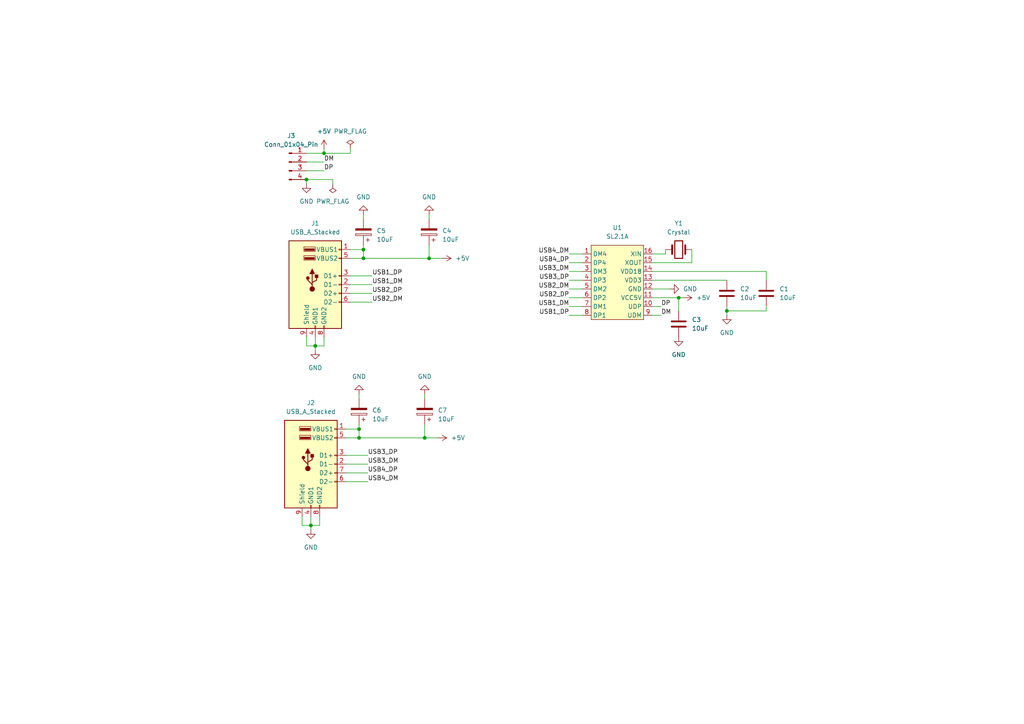
<source format=kicad_sch>
(kicad_sch (version 20230121) (generator eeschema)
  (paper "A4")
  (title_block (title "4 ports USB hub") (date "2023-08-08"))
  (lib_symbols
    (symbol "Connector:Conn_01x04_Pin" (pin_names (offset 1.016) hide)
      (property "Reference" "J" (at 0 5.08 0))
      (property "Value" "Conn_01x04_Pin" (at 0 -7.62 0))
      (symbol "Conn_01x04_Pin_1_1"
        (polyline (pts (xy 1.27 -5.08) (xy 0.8636 -5.08)) (stroke (width 0.1524)))
        (polyline (pts (xy 1.27 -2.54) (xy 0.8636 -2.54)) (stroke (width 0.1524)))
        (polyline (pts (xy 1.27 0) (xy 0.8636 0)) (stroke (width 0.1524)))
        (polyline (pts (xy 1.27 2.54) (xy 0.8636 2.54)) (stroke (width 0.1524)))
        (rectangle (start 0.8636 -4.953) (end 0 -5.207) (stroke (width 0.1524)) (fill (type outline)))
        (rectangle (start 0.8636 -2.413) (end 0 -2.667) (stroke (width 0.1524)) (fill (type outline)))
        (rectangle (start 0.8636 0.127) (end 0 -0.127) (stroke (width 0.1524)) (fill (type outline)))
        (rectangle (start 0.8636 2.667) (end 0 2.413) (stroke (width 0.1524)) (fill (type outline)))
        (pin passive line (at 5.08 2.54 180) (length 3.81) (name "Pin_1") (number "1"))
        (pin passive line (at 5.08 0 180) (length 3.81) (name "Pin_2") (number "2"))
        (pin passive line (at 5.08 -2.54 180) (length 3.81) (name "Pin_3") (number "3"))
        (pin passive line (at 5.08 -5.08 180) (length 3.81) (name "Pin_4") (number "4"))
      )
    )
    (symbol "Connector:USB_A_Stacked" (pin_names (offset 1.016))
      (property "Reference" "J" (at 0 15.875 0))
      (property "Value" "USB_A_Stacked" (at 0 13.97 0))
      (symbol "USB_A_Stacked_0_1"
        (rectangle (start -7.62 12.7) (end 7.62 -12.7) (stroke (width 0.254)) (fill (type background)))
        (circle (center -2.159 1.905) (radius 0.381) (stroke (width 0.254)) (fill (type outline)))
        (circle (center -0.889 -1.27) (radius 0.635) (stroke (width 0.254)) (fill (type outline)))
        (rectangle (start -0.254 7.366) (end -3.048 7.874) (fill (type outline)))
        (rectangle (start -0.254 9.906) (end -3.048 10.414) (fill (type outline)))
        (rectangle (start -0.127 -12.7) (end 0.127 -11.938))
        (polyline (pts (xy -1.524 3.175) (xy -0.254 3.175) (xy -0.889 4.445) (xy -1.524 3.175)) (stroke (width 0.254)) (fill (type outline)))
        (polyline (pts (xy -0.889 -0.635) (xy -0.889 0) (xy -2.159 1.27) (xy -2.159 1.905)) (stroke (width 0.254)))
        (polyline (pts (xy -0.889 0) (xy -0.889 0.635) (xy 0.381 1.27) (xy 0.381 2.54)) (stroke (width 0.254)))
        (rectangle (start 0 2.794) (end 0.762 2.032) (stroke (width 0.254)) (fill (type outline)))
        (rectangle (start 0 7.112) (end -3.302 8.382))
        (rectangle (start 0 9.652) (end -3.302 10.922))
        (rectangle (start 2.413 -12.7) (end 2.667 -11.938))
        (rectangle (start 7.62 -5.207) (end 6.858 -4.953))
        (rectangle (start 7.62 -2.667) (end 6.858 -2.413))
        (rectangle (start 7.62 -0.127) (end 6.858 0.127))
        (rectangle (start 7.62 2.413) (end 6.858 2.667))
        (rectangle (start 7.62 7.493) (end 6.858 7.747))
        (rectangle (start 7.62 10.033) (end 6.858 10.287))
      )
      (symbol "USB_A_Stacked_1_1"
        (polyline (pts (xy -0.889 0.635) (xy -0.889 3.175)) (stroke (width 0.254)))
        (pin power_in line (at 10.16 10.16 180) (length 2.54) (name "VBUS1") (number "1"))
        (pin bidirectional line (at 10.16 0 180) (length 2.54) (name "D1-") (number "2"))
        (pin bidirectional line (at 10.16 2.54 180) (length 2.54) (name "D1+") (number "3"))
        (pin power_in line (at 0 -15.24 90) (length 2.54) (name "GND1") (number "4"))
        (pin power_in line (at 10.16 7.62 180) (length 2.54) (name "VBUS2") (number "5"))
        (pin bidirectional line (at 10.16 -5.08 180) (length 2.54) (name "D2-") (number "6"))
        (pin bidirectional line (at 10.16 -2.54 180) (length 2.54) (name "D2+") (number "7"))
        (pin power_in line (at 2.54 -15.24 90) (length 2.54) (name "GND2") (number "8"))
        (pin passive line (at -2.54 -15.24 90) (length 2.54) (name "Shield") (number "9"))
      )
    )
    (symbol "Device:C" (pin_numbers hide) (pin_names (offset 0.254))
      (property "Reference" "C" (at 0.635 2.54 0))
      (property "Value" "C" (at 0.635 -2.54 0))
      (symbol "C_0_1"
        (polyline (pts (xy -2.032 -0.762) (xy 2.032 -0.762)) (stroke (width 0.508)))
        (polyline (pts (xy -2.032 0.762) (xy 2.032 0.762)) (stroke (width 0.508)))
      )
      (symbol "C_1_1"
        (pin passive line (at 0 3.81 270) (length 2.794) (name "~") (number "1"))
        (pin passive line (at 0 -3.81 90) (length 2.794) (name "~") (number "2"))
      )
    )
    (symbol "Device:C_Polarized" (pin_numbers hide) (pin_names (offset 0.254))
      (property "Reference" "C" (at 0.635 2.54 0))
      (property "Value" "C_Polarized" (at 0.635 -2.54 0))
      (symbol "C_Polarized_0_1"
        (rectangle (start -2.286 0.508) (end 2.286 1.016))
        (polyline (pts (xy -1.778 2.286) (xy -0.762 2.286)))
        (polyline (pts (xy -1.27 2.794) (xy -1.27 1.778)))
        (rectangle (start 2.286 -0.508) (end -2.286 -1.016) (fill (type outline)))
      )
      (symbol "C_Polarized_1_1"
        (pin passive line (at 0 3.81 270) (length 2.794) (name "~") (number "1"))
        (pin passive line (at 0 -3.81 90) (length 2.794) (name "~") (number "2"))
      )
    )
    (symbol "Device:Crystal" (pin_numbers hide) (pin_names (offset 1.016) hide)
      (property "Reference" "Y" (at 0 3.81 0))
      (property "Value" "Crystal" (at 0 -3.81 0))
      (symbol "Crystal_0_1"
        (rectangle (start -1.143 2.54) (end 1.143 -2.54) (stroke (width 0.3048)))
        (polyline (pts (xy -2.54 0) (xy -1.905 0)))
        (polyline (pts (xy -1.905 -1.27) (xy -1.905 1.27)) (stroke (width 0.508)))
        (polyline (pts (xy 1.905 -1.27) (xy 1.905 1.27)) (stroke (width 0.508)))
        (polyline (pts (xy 2.54 0) (xy 1.905 0)))
      )
      (symbol "Crystal_1_1"
        (pin passive line (at -3.81 0 0) (length 1.27) (name "1") (number "1"))
        (pin passive line (at 3.81 0 180) (length 1.27) (name "2") (number "2"))
      )
    )
    (symbol "Interface_USB_Hub:SL2.1A"
      (property "Reference" "U" (at -7.62 12.7 0))
      (property "Value" "SL2.1A" (at 3.81 12.7 0))
      (symbol "SL2.1A_1_1"
        (rectangle (start -7.62 11.43) (end 7.62 -10.16) (fill (type background)))
        (pin bidirectional line (at -10.16 8.89 0) (length 2.54) (name "DM4") (number "1"))
        (pin bidirectional line (at 10.16 -6.35 180) (length 2.54) (name "UDP") (number "10"))
        (pin power_in line (at 10.16 -3.81 180) (length 2.54) (name "VCC5V") (number "11"))
        (pin power_in line (at 10.16 -1.27 180) (length 2.54) (name "GND") (number "12"))
        (pin power_out line (at 10.16 1.27 180) (length 2.54) (name "VDD3") (number "13"))
        (pin power_out line (at 10.16 3.81 180) (length 2.54) (name "VDD18") (number "14"))
        (pin output line (at 10.16 6.35 180) (length 2.54) (name "XOUT") (number "15"))
        (pin input line (at 10.16 8.89 180) (length 2.54) (name "XIN") (number "16"))
        (pin bidirectional line (at -10.16 6.35 0) (length 2.54) (name "DP4") (number "2"))
        (pin bidirectional line (at -10.16 3.81 0) (length 2.54) (name "DM3") (number "3"))
        (pin bidirectional line (at -10.16 1.27 0) (length 2.54) (name "DP3") (number "4"))
        (pin bidirectional line (at -10.16 -1.27 0) (length 2.54) (name "DM2") (number "5"))
        (pin bidirectional line (at -10.16 -3.81 0) (length 2.54) (name "DP2") (number "6"))
        (pin bidirectional line (at -10.16 -6.35 0) (length 2.54) (name "DM1") (number "7"))
        (pin bidirectional line (at -10.16 -8.89 0) (length 2.54) (name "DP1") (number "8"))
        (pin bidirectional line (at 10.16 -8.89 180) (length 2.54) (name "UDM") (number "9"))
      )
    )
    (symbol "power:+5V" (power) (pin_names (offset 0))
      (property "Value" "+5V" (at 0 3.556 0))
      (symbol "+5V_0_1"
        (polyline (pts (xy -0.762 1.27) (xy 0 2.54)))
        (polyline (pts (xy 0 0) (xy 0 2.54)))
        (polyline (pts (xy 0 2.54) (xy 0.762 1.27)))
      )
      (symbol "+5V_1_1"
        (pin power_in line (at 0 0 90) (length 0) hide (name "+5V") (number "1"))
      )
    )
    (symbol "power:GND" (power) (pin_names (offset 0))
      (property "Value" "GND" (at 0 -3.81 0))
      (symbol "GND_0_1"
        (polyline (pts (xy 0 0) (xy 0 -1.27) (xy 1.27 -1.27) (xy 0 -2.54) (xy -1.27 -1.27) (xy 0 -1.27)))
      )
      (symbol "GND_1_1"
        (pin power_in line (at 0 0 270) (length 0) hide (name "GND") (number "1"))
      )
    )
    (symbol "power:PWR_FLAG" (power) (pin_numbers hide) (pin_names (offset 0) hide)
      (property "Value" "PWR_FLAG" (at 0 3.81 0))
      (symbol "PWR_FLAG_0_0"
        (pin power_out line (at 0 0 90) (length 0) (name "pwr") (number "1"))
      )
      (symbol "PWR_FLAG_0_1"
        (polyline (pts (xy 0 0) (xy 0 1.27) (xy -1.016 1.905) (xy 0 2.54) (xy 1.016 1.905) (xy 0 1.27)))
      )
    )
  )
  (junction (at 93.98 44.45))
  (junction (at 210.82 90.17))
  (junction (at 104.14 124.46))
  (junction (at 105.41 74.93))
  (junction (at 123.19 127))
  (junction (at 196.85 86.36))
  (junction (at 124.46 74.93))
  (junction (at 90.17 152.4))
  (junction (at 105.41 72.39))
  (junction (at 88.9 52.07))
  (junction (at 104.14 127))
  (junction (at 91.44 100.33))
  (wire (pts (xy 88.9 97.79) (xy 88.9 100.33)))
  (wire (pts (xy 165.1 81.28) (xy 168.91 81.28)))
  (wire (pts (xy 165.1 76.2) (xy 168.91 76.2)))
  (wire (pts (xy 196.85 86.36) (xy 189.23 86.36)))
  (wire (pts (xy 165.1 91.44) (xy 168.91 91.44)))
  (wire (pts (xy 91.44 97.79) (xy 91.44 100.33)))
  (wire (pts (xy 90.17 149.86) (xy 90.17 152.4)))
  (wire (pts (xy 200.66 72.39) (xy 200.66 76.2)))
  (wire (pts (xy 124.46 62.23) (xy 124.46 63.5)))
  (wire (pts (xy 88.9 100.33) (xy 91.44 100.33)))
  (wire (pts (xy 88.9 49.53) (xy 93.98 49.53)))
  (wire (pts (xy 90.17 152.4) (xy 92.71 152.4)))
  (wire (pts (xy 105.41 72.39) (xy 105.41 71.12)))
  (wire (pts (xy 90.17 152.4) (xy 90.17 153.67)))
  (wire (pts (xy 189.23 83.82) (xy 194.31 83.82)))
  (wire (pts (xy 196.85 90.17) (xy 196.85 86.36)))
  (wire (pts (xy 100.33 124.46) (xy 104.14 124.46)))
  (wire (pts (xy 104.14 114.3) (xy 104.14 115.57)))
  (wire (pts (xy 189.23 78.74) (xy 222.25 78.74)))
  (wire (pts (xy 93.98 43.18) (xy 93.98 44.45)))
  (wire (pts (xy 101.6 44.45) (xy 101.6 43.18)))
  (wire (pts (xy 100.33 137.16) (xy 106.68 137.16)))
  (wire (pts (xy 189.23 91.44) (xy 191.77 91.44)))
  (wire (pts (xy 87.63 149.86) (xy 87.63 152.4)))
  (wire (pts (xy 101.6 80.01) (xy 107.95 80.01)))
  (wire (pts (xy 104.14 124.46) (xy 104.14 127)))
  (wire (pts (xy 100.33 134.62) (xy 106.68 134.62)))
  (wire (pts (xy 165.1 73.66) (xy 168.91 73.66)))
  (wire (pts (xy 165.1 83.82) (xy 168.91 83.82)))
  (wire (pts (xy 101.6 85.09) (xy 107.95 85.09)))
  (wire (pts (xy 165.1 86.36) (xy 168.91 86.36)))
  (wire (pts (xy 127 127) (xy 123.19 127)))
  (wire (pts (xy 189.23 88.9) (xy 191.77 88.9)))
  (wire (pts (xy 165.1 78.74) (xy 168.91 78.74)))
  (wire (pts (xy 88.9 46.99) (xy 93.98 46.99)))
  (wire (pts (xy 92.71 149.86) (xy 92.71 152.4)))
  (wire (pts (xy 189.23 76.2) (xy 200.66 76.2)))
  (wire (pts (xy 101.6 87.63) (xy 107.95 87.63)))
  (wire (pts (xy 193.04 72.39) (xy 193.04 73.66)))
  (wire (pts (xy 105.41 62.23) (xy 105.41 63.5)))
  (wire (pts (xy 210.82 91.44) (xy 210.82 90.17)))
  (wire (pts (xy 124.46 74.93) (xy 124.46 71.12)))
  (wire (pts (xy 100.33 132.08) (xy 106.68 132.08)))
  (wire (pts (xy 105.41 74.93) (xy 124.46 74.93)))
  (wire (pts (xy 87.63 152.4) (xy 90.17 152.4)))
  (wire (pts (xy 123.19 114.3) (xy 123.19 115.57)))
  (wire (pts (xy 96.52 52.07) (xy 88.9 52.07)))
  (wire (pts (xy 100.33 139.7) (xy 106.68 139.7)))
  (wire (pts (xy 193.04 73.66) (xy 189.23 73.66)))
  (wire (pts (xy 96.52 53.34) (xy 96.52 52.07)))
  (wire (pts (xy 88.9 53.34) (xy 88.9 52.07)))
  (wire (pts (xy 128.27 74.93) (xy 124.46 74.93)))
  (wire (pts (xy 165.1 88.9) (xy 168.91 88.9)))
  (wire (pts (xy 101.6 72.39) (xy 105.41 72.39)))
  (wire (pts (xy 93.98 97.79) (xy 93.98 100.33)))
  (wire (pts (xy 93.98 44.45) (xy 101.6 44.45)))
  (wire (pts (xy 100.33 127) (xy 104.14 127)))
  (wire (pts (xy 101.6 74.93) (xy 105.41 74.93)))
  (wire (pts (xy 105.41 72.39) (xy 105.41 74.93)))
  (wire (pts (xy 222.25 88.9) (xy 222.25 90.17)))
  (wire (pts (xy 91.44 100.33) (xy 93.98 100.33)))
  (wire (pts (xy 104.14 127) (xy 123.19 127)))
  (wire (pts (xy 210.82 90.17) (xy 222.25 90.17)))
  (wire (pts (xy 104.14 124.46) (xy 104.14 123.19)))
  (wire (pts (xy 88.9 44.45) (xy 93.98 44.45)))
  (wire (pts (xy 123.19 127) (xy 123.19 123.19)))
  (wire (pts (xy 101.6 82.55) (xy 107.95 82.55)))
  (wire (pts (xy 210.82 90.17) (xy 210.82 88.9)))
  (wire (pts (xy 91.44 100.33) (xy 91.44 101.6)))
  (wire (pts (xy 222.25 81.28) (xy 222.25 78.74)))
  (wire (pts (xy 189.23 81.28) (xy 210.82 81.28)))
  (wire (pts (xy 198.12 86.36) (xy 196.85 86.36)))
  (label "DM" (at 191.77 91.44 0))
  (label "USB3_DM" (at 106.68 134.62 0))
  (label "USB1_DM" (at 165.1 88.9 180))
  (label "USB2_DP" (at 165.1 86.36 180))
  (label "USB1_DP" (at 107.95 80.01 0))
  (label "DP" (at 93.98 49.53 0))
  (label "USB3_DM" (at 165.1 78.74 180))
  (label "USB4_DM" (at 165.1 73.66 180))
  (label "USB3_DP" (at 106.68 132.08 0))
  (label "USB4_DP" (at 106.68 137.16 0))
  (label "USB1_DM" (at 107.95 82.55 0))
  (label "USB2_DM" (at 107.95 87.63 0))
  (label "USB4_DP" (at 165.1 76.2 180))
  (label "USB2_DM" (at 165.1 83.82 180))
  (label "USB2_DP" (at 107.95 85.09 0))
  (label "DP" (at 191.77 88.9 0))
  (label "DM" (at 93.98 46.99 0))
  (label "USB1_DP" (at 165.1 91.44 180))
  (label "USB3_DP" (at 165.1 81.28 180))
  (label "USB4_DM" (at 106.68 139.7 0))
  (symbol (lib_id "Interface_USB_Hub:SL2.1A") (at 179.07 82.55 0) (unit 1)
    (property "Reference" "U1" (at 179.07 66.04 0))
    (property "Value" "SL2.1A" (at 179.07 68.58 0))
    (property "Footprint" "Package_SO:SOP-16_3.9x9.9mm_P1.27mm" (effects hide))
    (property "Datasheet" "https://datasheet.lcsc.com/lcsc/1811151645_CoreChips-SL2-1A_C192893.pdf" (effects hide))
  )
  (symbol (lib_id "Device:C") (at 196.85 93.98 0) (unit 1)
    (property "Reference" "C3" (at 200.66 92.71 0) (effects (justify left)))
    (property "Value" "10uF" (at 200.66 95.25 0) (effects (justify left)))
    (property "Footprint" "Capacitor_SMD:C_0805_2012Metric_Pad1.18x1.45mm_HandSolder" (effects hide))
  )
  (symbol (lib_id "power:+5V") (at 127 127 270) (unit 1)
    (property "Reference" "#PWR08" (effects hide))
    (property "Value" "+5V" (at 130.81 127 90) (effects (justify left)))
  )
  (symbol (lib_id "power:GND") (at 210.82 91.44 0) (unit 1)
    (property "Reference" "#PWR010" (effects hide))
    (property "Value" "GND" (at 210.82 96.52 0))
  )
  (symbol (lib_id "Device:C_Polarized") (at 105.41 67.31 180) (unit 1)
    (property "Reference" "C5" (at 109.22 66.929 0) (effects (justify right)))
    (property "Value" "10uF" (at 109.22 69.469 0) (effects (justify right)))
    (property "Footprint" "Capacitor_SMD:C_1206_3216Metric_Pad1.33x1.80mm_HandSolder" (effects hide))
  )
  (symbol (lib_id "power:GND") (at 124.46 62.23 180) (unit 1)
    (property "Reference" "#PWR04" (effects hide))
    (property "Value" "GND" (at 124.46 57.15 0))
  )
  (symbol (lib_id "Connector:Conn_01x04_Pin") (at 83.82 46.99 0) (unit 1)
    (property "Reference" "J3" (at 84.455 39.37 0))
    (property "Value" "Conn_01x04_Pin" (at 84.455 41.91 0))
    (property "Footprint" "Connector_Molex:Molex_KK-254_AE-6410-04A_1x04_P2.54mm_Vertical" (effects hide))
  )
  (symbol (lib_id "Connector:USB_A_Stacked") (at 90.17 134.62 0) (unit 1)
    (property "Reference" "J2" (at 90.17 116.84 0))
    (property "Value" "USB_A_Stacked" (at 90.17 119.38 0))
    (property "Footprint" "Connector_USB:USB3_A_Molex_48393-001" (effects hide))
    (property "Datasheet" " ~" (effects hide))
  )
  (symbol (lib_id "Connector:USB_A_Stacked") (at 91.44 82.55 0) (unit 1)
    (property "Reference" "J1" (at 91.44 64.77 0))
    (property "Value" "USB_A_Stacked" (at 91.44 67.31 0))
    (property "Footprint" "Connector_USB:USB3_A_Molex_48393-001" (effects hide))
    (property "Datasheet" " ~" (effects hide))
  )
  (symbol (lib_id "power:+5V") (at 128.27 74.93 270) (unit 1)
    (property "Reference" "#PWR02" (effects hide))
    (property "Value" "+5V" (at 132.08 74.93 90) (effects (justify left)))
  )
  (symbol (lib_id "Device:C") (at 210.82 85.09 0) (unit 1)
    (property "Reference" "C2" (at 214.63 83.82 0) (effects (justify left)))
    (property "Value" "10uF" (at 214.63 86.36 0) (effects (justify left)))
    (property "Footprint" "Capacitor_SMD:C_0805_2012Metric_Pad1.18x1.45mm_HandSolder" (effects hide))
  )
  (symbol (lib_id "power:GND") (at 123.19 114.3 180) (unit 1)
    (property "Reference" "#PWR07" (effects hide))
    (property "Value" "GND" (at 123.19 109.22 0))
  )
  (symbol (lib_id "power:GND") (at 88.9 53.34 0) (unit 1)
    (property "Reference" "#PWR09" (effects hide))
    (property "Value" "GND" (at 88.9 58.42 0))
  )
  (symbol (lib_id "power:GND") (at 194.31 83.82 90) (unit 1)
    (property "Reference" "#PWR012" (effects hide))
    (property "Value" "GND" (at 198.12 83.82 90) (effects (justify right)))
  )
  (symbol (lib_id "Device:C_Polarized") (at 104.14 119.38 180) (unit 1)
    (property "Reference" "C6" (at 107.95 118.999 0) (effects (justify right)))
    (property "Value" "10uF" (at 107.95 121.539 0) (effects (justify right)))
    (property "Footprint" "Capacitor_SMD:C_1206_3216Metric_Pad1.33x1.80mm_HandSolder" (effects hide))
  )
  (symbol (lib_id "Device:Crystal") (at 196.85 72.39 0) (unit 1)
    (property "Reference" "Y1" (at 196.85 64.77 0))
    (property "Value" "Crystal" (at 196.85 67.31 0))
    (property "Footprint" "Crystal:Crystal_HC49-4H_Vertical" (effects hide))
  )
  (symbol (lib_id "Device:C_Polarized") (at 123.19 119.38 180) (unit 1)
    (property "Reference" "C7" (at 127 118.999 0) (effects (justify right)))
    (property "Value" "10uF" (at 127 121.539 0) (effects (justify right)))
    (property "Footprint" "Capacitor_SMD:C_1206_3216Metric_Pad1.33x1.80mm_HandSolder" (effects hide))
  )
  (symbol (lib_id "Device:C") (at 222.25 85.09 0) (unit 1)
    (property "Reference" "C1" (at 226.06 83.82 0) (effects (justify left)))
    (property "Value" "10uF" (at 226.06 86.36 0) (effects (justify left)))
    (property "Footprint" "Capacitor_SMD:C_0805_2012Metric_Pad1.18x1.45mm_HandSolder" (effects hide))
  )
  (symbol (lib_id "Device:C_Polarized") (at 124.46 67.31 180) (unit 1)
    (property "Reference" "C4" (at 128.27 66.929 0) (effects (justify right)))
    (property "Value" "10uF" (at 128.27 69.469 0) (effects (justify right)))
    (property "Footprint" "Capacitor_SMD:C_1206_3216Metric_Pad1.33x1.80mm_HandSolder" (effects hide))
  )
  (symbol (lib_id "power:GND") (at 196.85 97.79 0) (unit 1)
    (property "Reference" "#PWR011" (effects hide))
    (property "Value" "GND" (at 196.85 102.87 0))
  )
  (symbol (lib_id "power:+5V") (at 198.12 86.36 270) (unit 1)
    (property "Reference" "#PWR014" (effects hide))
    (property "Value" "+5V" (at 201.93 86.36 90) (effects (justify left)))
  )
  (symbol (lib_id "power:PWR_FLAG") (at 96.52 53.34 180) (unit 1)
    (property "Reference" "#FLG02" (effects hide))
    (property "Value" "PWR_FLAG" (at 96.52 58.42 0))
  )
  (symbol (lib_id "power:PWR_FLAG") (at 101.6 43.18 0) (unit 1)
    (property "Reference" "#FLG01" (effects hide))
    (property "Value" "PWR_FLAG" (at 101.6 38.1 0))
  )
  (symbol (lib_id "power:GND") (at 105.41 62.23 180) (unit 1)
    (property "Reference" "#PWR03" (effects hide))
    (property "Value" "GND" (at 105.41 57.15 0))
  )
  (symbol (lib_id "power:GND") (at 91.44 101.6 0) (unit 1)
    (property "Reference" "#PWR01" (effects hide))
    (property "Value" "GND" (at 91.44 106.68 0))
  )
  (symbol (lib_id "power:GND") (at 104.14 114.3 180) (unit 1)
    (property "Reference" "#PWR06" (effects hide))
    (property "Value" "GND" (at 104.14 109.22 0))
  )
  (symbol (lib_id "power:GND") (at 90.17 153.67 0) (unit 1)
    (property "Reference" "#PWR05" (effects hide))
    (property "Value" "GND" (at 90.17 158.75 0))
  )
  (symbol (lib_id "power:+5V") (at 93.98 43.18 0) (unit 1)
    (property "Reference" "#PWR013" (effects hide))
    (property "Value" "+5V" (at 93.98 38.1 0))
  )
)
</source>
